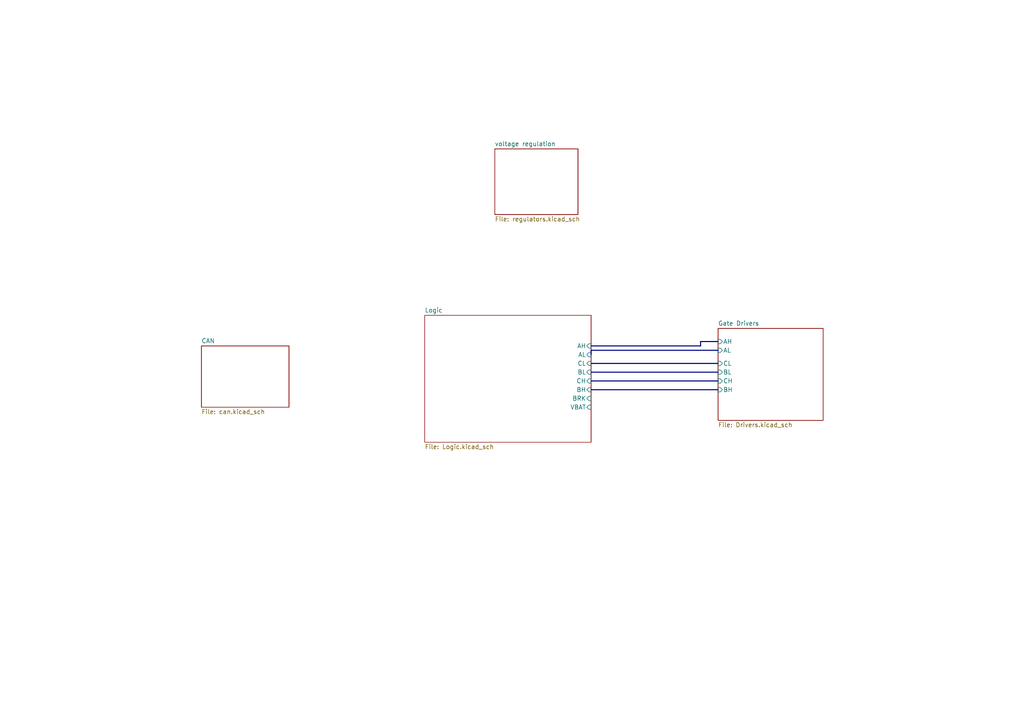
<source format=kicad_sch>
(kicad_sch
	(version 20231120)
	(generator "eeschema")
	(generator_version "8.0")
	(uuid "c2bad76c-91a7-4f51-b877-6806882407f9")
	(paper "A4")
	(lib_symbols)
	(bus
		(pts
			(xy 203.2 99.06) (xy 208.28 99.06)
		)
		(stroke
			(width 0)
			(type default)
		)
		(uuid "16b7912e-d7de-44f0-9bd5-d4cc623a4938")
	)
	(bus
		(pts
			(xy 171.45 100.33) (xy 203.2 100.33)
		)
		(stroke
			(width 0)
			(type default)
		)
		(uuid "24fe626b-0c9a-4fbf-b927-63836af47b4e")
	)
	(bus
		(pts
			(xy 171.45 113.03) (xy 208.28 113.03)
		)
		(stroke
			(width 0)
			(type default)
		)
		(uuid "4523a128-97a6-449a-93ad-4a1e47f51d2f")
	)
	(bus
		(pts
			(xy 203.2 100.33) (xy 203.2 99.06)
		)
		(stroke
			(width 0)
			(type default)
		)
		(uuid "68de05dc-9fc5-4a03-8ca9-68143ce188fa")
	)
	(bus
		(pts
			(xy 208.28 101.6) (xy 171.45 101.6)
		)
		(stroke
			(width 0)
			(type default)
		)
		(uuid "9073b24f-cbc2-4a20-93b5-8a49787941f8")
	)
	(bus
		(pts
			(xy 171.45 110.49) (xy 208.28 110.49)
		)
		(stroke
			(width 0)
			(type default)
		)
		(uuid "dbdc4710-9797-4341-aaf8-799fb5a6a7f9")
	)
	(bus
		(pts
			(xy 171.45 105.41) (xy 208.28 105.41)
		)
		(stroke
			(width 0)
			(type default)
		)
		(uuid "dec86a2e-4996-4f44-a70c-cc98b143b450")
	)
	(bus
		(pts
			(xy 171.45 101.6) (xy 171.45 102.87)
		)
		(stroke
			(width 0)
			(type default)
		)
		(uuid "f588082c-6745-43d6-9caa-1de2efcfd810")
	)
	(bus
		(pts
			(xy 171.45 107.95) (xy 208.28 107.95)
		)
		(stroke
			(width 0)
			(type default)
		)
		(uuid "f74a8ee2-0255-4c67-b130-b568e38e9bfe")
	)
	(sheet
		(at 208.28 95.25)
		(size 30.48 26.67)
		(fields_autoplaced yes)
		(stroke
			(width 0.1524)
			(type solid)
		)
		(fill
			(color 0 0 0 0.0000)
		)
		(uuid "167c269b-d4ab-409f-8f21-1c20f0557c19")
		(property "Sheetname" "Gate Drivers"
			(at 208.28 94.5384 0)
			(effects
				(font
					(size 1.27 1.27)
				)
				(justify left bottom)
			)
		)
		(property "Sheetfile" "Drivers.kicad_sch"
			(at 208.28 122.5046 0)
			(effects
				(font
					(size 1.27 1.27)
				)
				(justify left top)
			)
		)
		(pin "CL" input
			(at 208.28 105.41 180)
			(effects
				(font
					(size 1.27 1.27)
				)
				(justify left)
			)
			(uuid "8f644ff5-ec3f-4ee1-ab56-b27b79660b22")
		)
		(pin "BL" input
			(at 208.28 107.95 180)
			(effects
				(font
					(size 1.27 1.27)
				)
				(justify left)
			)
			(uuid "986d7e50-d189-42d8-bbc1-9311390b461f")
		)
		(pin "BH" input
			(at 208.28 113.03 180)
			(effects
				(font
					(size 1.27 1.27)
				)
				(justify left)
			)
			(uuid "f864803c-073e-470d-b849-d990a8d90a43")
		)
		(pin "CH" input
			(at 208.28 110.49 180)
			(effects
				(font
					(size 1.27 1.27)
				)
				(justify left)
			)
			(uuid "92032bf8-f75e-44e2-9e01-7f6d235e7274")
		)
		(pin "AL" input
			(at 208.28 101.6 180)
			(effects
				(font
					(size 1.27 1.27)
				)
				(justify left)
			)
			(uuid "c0cf244c-f9e5-4eb6-8eb6-ae035d13235b")
		)
		(pin "AH" input
			(at 208.28 99.06 180)
			(effects
				(font
					(size 1.27 1.27)
				)
				(justify left)
			)
			(uuid "c3762cf8-8d7d-468b-abe7-7b6a5cca2818")
		)
		(instances
			(project "GESC_Logic"
				(path "/c2bad76c-91a7-4f51-b877-6806882407f9"
					(page "4")
				)
			)
		)
	)
	(sheet
		(at 58.42 100.33)
		(size 25.4 17.78)
		(fields_autoplaced yes)
		(stroke
			(width 0.1524)
			(type solid)
		)
		(fill
			(color 0 0 0 0.0000)
		)
		(uuid "2761196b-5875-4024-a813-1897119cefb3")
		(property "Sheetname" "CAN"
			(at 58.42 99.6184 0)
			(effects
				(font
					(size 1.27 1.27)
				)
				(justify left bottom)
			)
		)
		(property "Sheetfile" "can.kicad_sch"
			(at 58.42 118.6946 0)
			(effects
				(font
					(size 1.27 1.27)
				)
				(justify left top)
			)
		)
		(instances
			(project "GESC_Logic"
				(path "/c2bad76c-91a7-4f51-b877-6806882407f9"
					(page "3")
				)
			)
		)
	)
	(sheet
		(at 123.19 91.44)
		(size 48.26 36.83)
		(fields_autoplaced yes)
		(stroke
			(width 0.1524)
			(type solid)
		)
		(fill
			(color 0 0 0 0.0000)
		)
		(uuid "64ba0a3f-2819-42a9-9cf7-ce8427a83a90")
		(property "Sheetname" "Logic"
			(at 123.19 90.7284 0)
			(effects
				(font
					(size 1.27 1.27)
				)
				(justify left bottom)
			)
		)
		(property "Sheetfile" "Logic.kicad_sch"
			(at 123.19 128.8546 0)
			(effects
				(font
					(size 1.27 1.27)
				)
				(justify left top)
			)
		)
		(pin "AH" input
			(at 171.45 100.33 0)
			(effects
				(font
					(size 1.27 1.27)
				)
				(justify right)
			)
			(uuid "568b2bf9-4f11-4b26-9c6e-4f6bf967e74e")
		)
		(pin "AL" input
			(at 171.45 102.87 0)
			(effects
				(font
					(size 1.27 1.27)
				)
				(justify right)
			)
			(uuid "a561b880-181e-4f74-a364-0554fe1b4bc6")
		)
		(pin "CL" input
			(at 171.45 105.41 0)
			(effects
				(font
					(size 1.27 1.27)
				)
				(justify right)
			)
			(uuid "17771e21-b663-4c17-a82d-0a342efe26b5")
		)
		(pin "BL" input
			(at 171.45 107.95 0)
			(effects
				(font
					(size 1.27 1.27)
				)
				(justify right)
			)
			(uuid "87ffd4d2-8533-4c93-9872-dfb30a93234a")
		)
		(pin "CH" input
			(at 171.45 110.49 0)
			(effects
				(font
					(size 1.27 1.27)
				)
				(justify right)
			)
			(uuid "125d8d9f-e66a-428a-b3fd-f8d5fc620bbf")
		)
		(pin "BH" input
			(at 171.45 113.03 0)
			(effects
				(font
					(size 1.27 1.27)
				)
				(justify right)
			)
			(uuid "66cfedeb-242c-44a8-bc83-da01c78faba9")
		)
		(pin "BRK" input
			(at 171.45 115.57 0)
			(effects
				(font
					(size 1.27 1.27)
				)
				(justify right)
			)
			(uuid "476f46ee-b40d-471a-a09f-b354f279ff69")
		)
		(pin "VBAT" input
			(at 171.45 118.11 0)
			(effects
				(font
					(size 1.27 1.27)
				)
				(justify right)
			)
			(uuid "3a2231a8-47af-41cc-b133-cb8684f44f08")
		)
		(instances
			(project "GESC_Logic"
				(path "/c2bad76c-91a7-4f51-b877-6806882407f9"
					(page "5")
				)
			)
		)
	)
	(sheet
		(at 143.51 43.18)
		(size 24.13 19.05)
		(fields_autoplaced yes)
		(stroke
			(width 0.1524)
			(type solid)
		)
		(fill
			(color 0 0 0 0.0000)
		)
		(uuid "fcf4ec01-59cc-482e-8827-3844d9a0761d")
		(property "Sheetname" "voltage regulation"
			(at 143.51 42.4684 0)
			(effects
				(font
					(size 1.27 1.27)
				)
				(justify left bottom)
			)
		)
		(property "Sheetfile" "regulators.kicad_sch"
			(at 143.51 62.8146 0)
			(effects
				(font
					(size 1.27 1.27)
				)
				(justify left top)
			)
		)
		(instances
			(project "GESC_Logic"
				(path "/c2bad76c-91a7-4f51-b877-6806882407f9"
					(page "2")
				)
			)
		)
	)
	(sheet_instances
		(path "/"
			(page "1")
		)
	)
)

</source>
